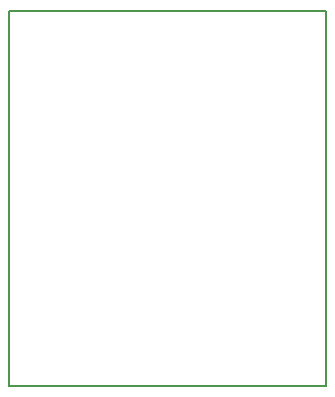
<source format=gko>
G04 MADE WITH FRITZING*
G04 WWW.FRITZING.ORG*
G04 DOUBLE SIDED*
G04 HOLES PLATED*
G04 CONTOUR ON CENTER OF CONTOUR VECTOR*
%ASAXBY*%
%FSLAX23Y23*%
%MOIN*%
%OFA0B0*%
%SFA1.0B1.0*%
%ADD10R,1.062990X1.259840*%
%ADD11C,0.008000*%
%ADD10C,0.008*%
%LNCONTOUR*%
G90*
G70*
G54D10*
G54D11*
X4Y1256D02*
X1059Y1256D01*
X1059Y4D01*
X4Y4D01*
X4Y1256D01*
D02*
G04 End of contour*
M02*
</source>
